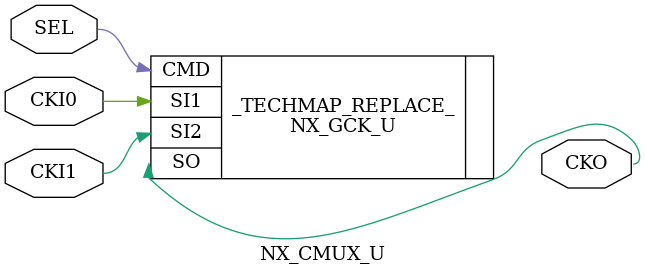
<source format=v>
module NX_CKS_U(CKI, CMD, CKO);
    input CKI;
    output CKO;
    input CMD;

NX_GCK_U #(
    .inv_in(1'b0),
    .inv_out(1'b0),
    .std_mode("CKS")
) _TECHMAP_REPLACE_ (
    .CMD(CMD),
    .SI1(CKI),
    .SI2(1'b0),
    .SO(CKO)
);
endmodule

module NX_CMUX_U(CKI0, CKI1, SEL, CKO);
    input CKI0;
    input CKI1;
    output CKO;
    input SEL;

NX_GCK_U #(
    .inv_in(1'b0),
    .inv_out(1'b0),
    .std_mode("MUX")
) _TECHMAP_REPLACE_ (
    .CMD(SEL),
    .SI1(CKI0),
    .SI2(CKI1),
    .SO(CKO)
);
endmodule

</source>
